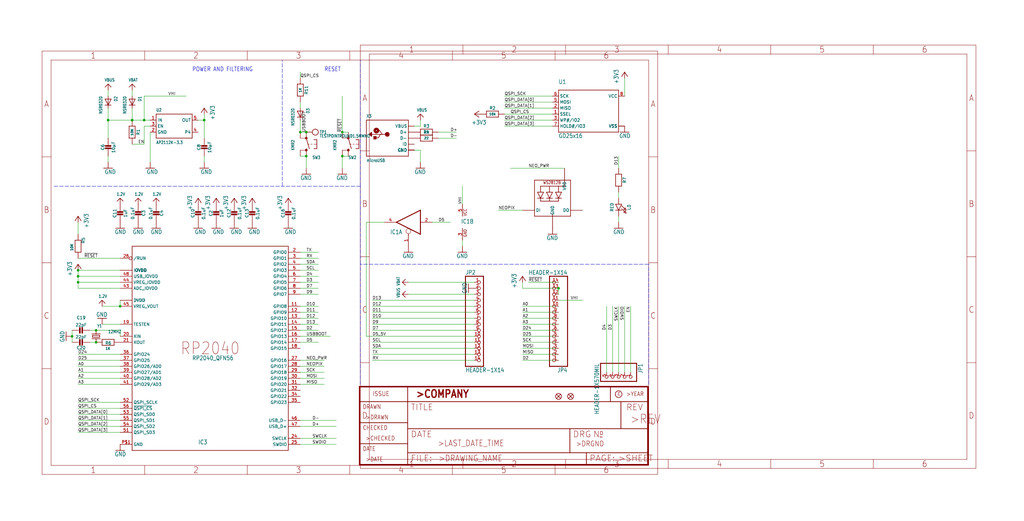
<source format=kicad_sch>
(kicad_sch (version 20211123) (generator eeschema)
  (paper "User" 433.07 220.421)
  (junction (at 33.02 114.3))
  (junction (at 30.48 142.24))
  (junction (at 129.54 55.88))
  (junction (at 33.02 116.84))
  (junction (at 40.64 144.78))
  (junction (at 50.8 129.54))
  (junction (at 129.54 66.04))
  (junction (at 127 55.88))
  (junction (at 33.02 119.38))
  (junction (at 144.78 66.04))
  (junction (at 55.88 50.8))
  (junction (at 86.36 50.8))
  (junction (at 60.96 50.8))
  (junction (at 45.72 50.8))
  (junction (at 40.64 139.7))
  (junction (at 144.78 55.88))
  (junction (at 236.22 121.92))
  (polyline (pts (xy 119.38 78.74) (xy 119.38 25.4)))
  (wire (pts (xy 33.02 121.92) (xy 33.02 119.38)))
  (wire (pts (xy 127 33.02) (xy 127 30.48)))
  (wire (pts (xy 50.8 152.4) (xy 33.02 152.4)))
  (wire (pts (xy 233.68 48.26) (xy 213.36 48.26)))
  (wire (pts (xy 50.8 119.38) (xy 33.02 119.38)))
  (wire (pts (xy 55.88 50.8) (xy 45.72 50.8)))
  (wire (pts (xy 261.62 81.28) (xy 261.62 83.82)))
  (wire (pts (xy 220.98 132.08) (xy 236.22 132.08)))
  (wire (pts (xy 220.98 149.86) (xy 236.22 149.86)))
  (wire (pts (xy 238.76 71.12) (xy 215.9 71.12)))
  (wire (pts (xy 127 180.34) (xy 142.24 180.34)))
  (wire (pts (xy 30.48 142.24) (xy 30.48 139.7)))
  (wire (pts (xy 55.88 60.96) (xy 60.96 60.96)))
  (wire (pts (xy 264.16 33.02) (xy 264.16 40.64)))
  (wire (pts (xy 38.1 144.78) (xy 40.64 144.78)))
  (wire (pts (xy 195.58 101.6) (xy 195.58 104.14)))
  (wire (pts (xy 200.66 127) (xy 157.48 127)))
  (wire (pts (xy 177.8 63.5) (xy 177.8 68.58)))
  (wire (pts (xy 33.02 149.86) (xy 50.8 149.86)))
  (wire (pts (xy 177.8 53.34) (xy 177.8 50.8)))
  (wire (pts (xy 50.8 137.16) (xy 43.18 137.16)))
  (wire (pts (xy 127 154.94) (xy 137.16 154.94)))
  (wire (pts (xy 127 139.7) (xy 134.62 139.7)))
  (wire (pts (xy 129.54 55.88) (xy 127 55.88)))
  (wire (pts (xy 127 124.46) (xy 134.62 124.46)))
  (wire (pts (xy 45.72 38.1) (xy 45.72 40.64)))
  (wire (pts (xy 127 162.56) (xy 137.16 162.56)))
  (wire (pts (xy 55.88 50.8) (xy 60.96 50.8)))
  (wire (pts (xy 127 121.92) (xy 134.62 121.92)))
  (wire (pts (xy 40.64 139.7) (xy 50.8 139.7)))
  (wire (pts (xy 33.02 175.26) (xy 50.8 175.26)))
  (wire (pts (xy 127 137.16) (xy 134.62 137.16)))
  (wire (pts (xy 220.98 137.16) (xy 236.22 137.16)))
  (wire (pts (xy 86.36 50.8) (xy 86.36 48.26)))
  (wire (pts (xy 220.98 88.9) (xy 210.82 88.9)))
  (wire (pts (xy 182.88 93.98) (xy 190.5 93.98)))
  (wire (pts (xy 83.82 50.8) (xy 86.36 50.8)))
  (wire (pts (xy 50.8 121.92) (xy 33.02 121.92)))
  (wire (pts (xy 256.54 129.54) (xy 256.54 157.48)))
  (wire (pts (xy 185.42 55.88) (xy 193.04 55.88)))
  (wire (pts (xy 45.72 66.04) (xy 45.72 68.58)))
  (wire (pts (xy 157.48 134.62) (xy 200.66 134.62)))
  (wire (pts (xy 127 160.02) (xy 137.16 160.02)))
  (polyline (pts (xy 274.32 111.76) (xy 152.4 111.76)))
  (polyline (pts (xy 22.86 78.74) (xy 119.38 78.74)))
  (polyline (pts (xy 152.4 111.76) (xy 152.4 78.74)))
  (wire (pts (xy 233.68 45.72) (xy 213.36 45.72)))
  (wire (pts (xy 200.66 144.78) (xy 157.48 144.78)))
  (wire (pts (xy 220.98 121.92) (xy 236.22 121.92)))
  (wire (pts (xy 233.68 50.8) (xy 213.36 50.8)))
  (wire (pts (xy 261.62 91.44) (xy 261.62 93.98)))
  (wire (pts (xy 40.64 139.7) (xy 38.1 139.7)))
  (wire (pts (xy 236.22 127) (xy 246.38 127)))
  (polyline (pts (xy 152.4 162.56) (xy 152.4 111.76)))
  (wire (pts (xy 157.48 129.54) (xy 200.66 129.54)))
  (wire (pts (xy 33.02 177.8) (xy 50.8 177.8)))
  (wire (pts (xy 33.02 157.48) (xy 50.8 157.48)))
  (wire (pts (xy 45.72 50.8) (xy 45.72 45.72)))
  (wire (pts (xy 127 66.04) (xy 129.54 66.04)))
  (wire (pts (xy 127 55.88) (xy 127 50.8)))
  (wire (pts (xy 144.78 40.64) (xy 144.78 55.88)))
  (wire (pts (xy 50.8 172.72) (xy 33.02 172.72)))
  (wire (pts (xy 33.02 162.56) (xy 50.8 162.56)))
  (wire (pts (xy 50.8 170.18) (xy 33.02 170.18)))
  (polyline (pts (xy 152.4 78.74) (xy 119.38 78.74)))
  (wire (pts (xy 259.08 157.48) (xy 259.08 129.54)))
  (wire (pts (xy 60.96 60.96) (xy 60.96 53.34)))
  (wire (pts (xy 55.88 45.72) (xy 55.88 50.8)))
  (wire (pts (xy 127 144.78) (xy 134.62 144.78)))
  (wire (pts (xy 60.96 50.8) (xy 60.96 40.64)))
  (wire (pts (xy 236.22 147.32) (xy 220.98 147.32)))
  (wire (pts (xy 213.36 43.18) (xy 233.68 43.18)))
  (wire (pts (xy 50.8 154.94) (xy 33.02 154.94)))
  (wire (pts (xy 127 119.38) (xy 134.62 119.38)))
  (wire (pts (xy 200.66 149.86) (xy 157.48 149.86)))
  (wire (pts (xy 157.48 139.7) (xy 200.66 139.7)))
  (wire (pts (xy 220.98 119.38) (xy 220.98 121.92)))
  (wire (pts (xy 50.8 160.02) (xy 33.02 160.02)))
  (wire (pts (xy 157.48 152.4) (xy 200.66 152.4)))
  (wire (pts (xy 50.8 127) (xy 50.8 129.54)))
  (wire (pts (xy 33.02 119.38) (xy 33.02 116.84)))
  (wire (pts (xy 236.22 144.78) (xy 220.98 144.78)))
  (wire (pts (xy 86.36 66.04) (xy 86.36 68.58)))
  (wire (pts (xy 60.96 40.64) (xy 78.74 40.64)))
  (wire (pts (xy 50.8 116.84) (xy 33.02 116.84)))
  (wire (pts (xy 175.26 63.5) (xy 177.8 63.5)))
  (wire (pts (xy 86.36 58.42) (xy 86.36 50.8)))
  (wire (pts (xy 236.22 119.38) (xy 223.52 119.38)))
  (wire (pts (xy 33.02 116.84) (xy 33.02 114.3)))
  (wire (pts (xy 154.94 142.24) (xy 154.94 93.98)))
  (wire (pts (xy 236.22 129.54) (xy 220.98 129.54)))
  (wire (pts (xy 175.26 53.34) (xy 177.8 53.34)))
  (wire (pts (xy 195.58 78.74) (xy 195.58 86.36)))
  (wire (pts (xy 55.88 40.64) (xy 55.88 38.1)))
  (wire (pts (xy 63.5 50.8) (xy 60.96 50.8)))
  (wire (pts (xy 127 142.24) (xy 139.7 142.24)))
  (wire (pts (xy 236.22 139.7) (xy 220.98 139.7)))
  (wire (pts (xy 33.02 182.88) (xy 50.8 182.88)))
  (wire (pts (xy 200.66 137.16) (xy 157.48 137.16)))
  (wire (pts (xy 127 177.8) (xy 142.24 177.8)))
  (wire (pts (xy 127 134.62) (xy 134.62 134.62)))
  (wire (pts (xy 266.7 157.48) (xy 266.7 129.54)))
  (wire (pts (xy 220.98 142.24) (xy 236.22 142.24)))
  (wire (pts (xy 127 132.08) (xy 134.62 132.08)))
  (wire (pts (xy 213.36 53.34) (xy 233.68 53.34)))
  (polyline (pts (xy 274.32 162.56) (xy 274.32 111.76)))
  (wire (pts (xy 129.54 66.04) (xy 129.54 71.12)))
  (wire (pts (xy 127 152.4) (xy 137.16 152.4)))
  (wire (pts (xy 33.02 180.34) (xy 50.8 180.34)))
  (wire (pts (xy 264.16 157.48) (xy 264.16 129.54)))
  (wire (pts (xy 142.24 185.42) (xy 127 185.42)))
  (wire (pts (xy 236.22 134.62) (xy 220.98 134.62)))
  (wire (pts (xy 147.32 66.04) (xy 144.78 66.04)))
  (wire (pts (xy 127 45.72) (xy 127 43.18)))
  (wire (pts (xy 261.62 129.54) (xy 261.62 157.48)))
  (wire (pts (xy 43.18 129.54) (xy 50.8 129.54)))
  (wire (pts (xy 144.78 55.88) (xy 147.32 55.88)))
  (wire (pts (xy 134.62 109.22) (xy 127 109.22)))
  (wire (pts (xy 45.72 50.8) (xy 45.72 58.42)))
  (wire (pts (xy 50.8 114.3) (xy 33.02 114.3)))
  (wire (pts (xy 154.94 93.98) (xy 162.56 93.98)))
  (wire (pts (xy 30.48 144.78) (xy 30.48 142.24)))
  (wire (pts (xy 127 157.48) (xy 137.16 157.48)))
  (wire (pts (xy 172.72 119.38) (xy 200.66 119.38)))
  (wire (pts (xy 200.66 132.08) (xy 157.48 132.08)))
  (wire (pts (xy 236.22 124.46) (xy 236.22 121.92)))
  (wire (pts (xy 200.66 124.46) (xy 172.72 124.46)))
  (wire (pts (xy 127 106.68) (xy 134.62 106.68)))
  (wire (pts (xy 233.68 40.64) (xy 213.36 40.64)))
  (wire (pts (xy 236.22 152.4) (xy 220.98 152.4)))
  (wire (pts (xy 127 116.84) (xy 134.62 116.84)))
  (wire (pts (xy 185.42 58.42) (xy 193.04 58.42)))
  (wire (pts (xy 261.62 71.12) (xy 261.62 66.04)))
  (wire (pts (xy 33.02 93.98) (xy 33.02 99.06)))
  (wire (pts (xy 157.48 147.32) (xy 200.66 147.32)))
  (wire (pts (xy 200.66 142.24) (xy 154.94 142.24)))
  (wire (pts (xy 60.96 53.34) (xy 63.5 53.34)))
  (wire (pts (xy 144.78 71.12) (xy 144.78 66.04)))
  (polyline (pts (xy 152.4 78.74) (xy 152.4 25.4)))
  (wire (pts (xy 127 114.3) (xy 134.62 114.3)))
  (wire (pts (xy 50.8 109.22) (xy 33.02 109.22)))
  (wire (pts (xy 50.8 139.7) (xy 50.8 142.24)))
  (wire (pts (xy 127 187.96) (xy 142.24 187.96)))
  (wire (pts (xy 127 111.76) (xy 134.62 111.76)))
  (wire (pts (xy 63.5 55.88) (xy 63.5 68.58)))
  (wire (pts (xy 127 129.54) (xy 134.62 129.54)))
  (text "POWER AND FILTERING" (at 81.28 30.48 180) (effects (font (size 1.778 1.5113)) (justify left bottom)))
  (text "RESET" (at 137.16 30.48 180) (effects (font (size 1.778 1.5113)) (justify left bottom)))
  (label "D24" (at 220.98 139.7 0) (effects (font (size 1.2446 1.2446))))
  (label "NEOPIX" (at 210.82 88.9 0) (effects (font (size 1.2446 1.2446))))
  (label "~{RESET}" (at 144.78 55.88 90) (effects (font (size 1.2446 1.2446))))
  (label "D11" (at 157.48 132.08 0) (effects (font (size 1.2446 1.2446))))
  (label "D-" (at 190.5 58.42 0) (effects (font (size 1.2446 1.2446))))
  (label "QSPI_DATA[0]" (at 213.36 43.18 0) (effects (font (size 1.2446 1.2446))))
  (label "D3" (at 259.08 139.7 90) (effects (font (size 1.2446 1.2446))))
  (label "D4" (at 129.54 116.84 0) (effects (font (size 1.2446 1.2446))))
  (label "D7" (at 157.48 139.7 0) (effects (font (size 1.2446 1.2446))))
  (label "D5" (at 129.54 144.78 0) (effects (font (size 1.2446 1.2446))))
  (label "D3" (at 129.54 119.38 0) (effects (font (size 1.2446 1.2446))))
  (label "EN" (at 58.42 60.96 0) (effects (font (size 1.2446 1.2446))))
  (label "D11" (at 129.54 132.08 0) (effects (font (size 1.2446 1.2446))))
  (label "VHI" (at 241.3 127 0) (effects (font (size 1.2446 1.2446))))
  (label "D10" (at 157.48 134.62 0) (effects (font (size 1.2446 1.2446))))
  (label "SDA" (at 157.48 147.32 0) (effects (font (size 1.2446 1.2446))))
  (label "USBBOOT" (at 129.54 55.88 90) (effects (font (size 1.2446 1.2446))))
  (label "QSPI_CS" (at 215.9 48.26 0) (effects (font (size 1.2446 1.2446))))
  (label "D25" (at 33.02 152.4 0) (effects (font (size 1.2446 1.2446))))
  (label "SWDIO" (at 132.08 187.96 0) (effects (font (size 1.2446 1.2446))))
  (label "~{RESET}" (at 35.56 109.22 0) (effects (font (size 1.2446 1.2446))))
  (label "VHI" (at 195.58 86.36 90) (effects (font (size 1.2446 1.2446))))
  (label "D7" (at 129.54 121.92 0) (effects (font (size 1.2446 1.2446))))
  (label "MISO" (at 220.98 149.86 0) (effects (font (size 1.2446 1.2446))))
  (label "SCL" (at 157.48 144.78 0) (effects (font (size 1.2446 1.2446))))
  (label "RX" (at 157.48 152.4 0) (effects (font (size 1.2446 1.2446))))
  (label "SCL" (at 129.54 114.3 0) (effects (font (size 1.2446 1.2446))))
  (label "D2" (at 220.98 152.4 0) (effects (font (size 1.2446 1.2446))))
  (label "A2" (at 220.98 134.62 0) (effects (font (size 1.2446 1.2446))))
  (label "RX" (at 129.54 109.22 0) (effects (font (size 1.2446 1.2446))))
  (label "D9" (at 129.54 124.46 0) (effects (font (size 1.2446 1.2446))))
  (label "QSPI_SCK" (at 213.36 40.64 0) (effects (font (size 1.2446 1.2446))))
  (label "TX" (at 129.54 106.68 0) (effects (font (size 1.2446 1.2446))))
  (label "D4" (at 256.54 139.7 90) (effects (font (size 1.2446 1.2446))))
  (label "D2" (at 129.54 139.7 0) (effects (font (size 1.2446 1.2446))))
  (label "SWCLK" (at 132.08 185.42 0) (effects (font (size 1.2446 1.2446))))
  (label "A3" (at 220.98 137.16 0) (effects (font (size 1.2446 1.2446))))
  (label "A2" (at 33.02 160.02 0) (effects (font (size 1.2446 1.2446))))
  (label "D13" (at 157.48 127 0) (effects (font (size 1.2446 1.2446))))
  (label "TX" (at 157.48 149.86 0) (effects (font (size 1.2446 1.2446))))
  (label "QSPI_CS" (at 33.02 172.72 0) (effects (font (size 1.2446 1.2446))))
  (label "~{RESET}" (at 223.52 119.38 0) (effects (font (size 1.2446 1.2446))))
  (label "QSPI_DATA[3]" (at 33.02 182.88 0) (effects (font (size 1.2446 1.2446))))
  (label "SWCLK" (at 261.62 129.54 270) (effects (font (size 1.2446 1.2446))))
  (label "A3" (at 33.02 162.56 0) (effects (font (size 1.2446 1.2446))))
  (label "NEO_PWR" (at 223.52 71.12 0) (effects (font (size 1.2446 1.2446))))
  (label "D9" (at 157.48 137.16 0) (effects (font (size 1.2446 1.2446))))
  (label "QSPI_DATA[3]" (at 213.36 53.34 0) (effects (font (size 1.2446 1.2446))))
  (label "A0" (at 33.02 154.94 0) (effects (font (size 1.2446 1.2446))))
  (label "QSPI_CS" (at 127 33.02 0) (effects (font (size 1.2446 1.2446))))
  (label "D+" (at 132.08 180.34 0) (effects (font (size 1.2446 1.2446))))
  (label "MISO" (at 129.54 162.56 0) (effects (font (size 1.2446 1.2446))))
  (label "EN" (at 266.7 129.54 270) (effects (font (size 1.2446 1.2446))))
  (label "D13" (at 261.62 66.04 270) (effects (font (size 1.2446 1.2446))))
  (label "MOSI" (at 129.54 160.02 0) (effects (font (size 1.2446 1.2446))))
  (label "SCK" (at 220.98 144.78 0) (effects (font (size 1.2446 1.2446))))
  (label "QSPI_DATA[2]" (at 213.36 50.8 0) (effects (font (size 1.2446 1.2446))))
  (label "D13" (at 129.54 137.16 0) (effects (font (size 1.2446 1.2446))))
  (label "D5_5V" (at 157.48 142.24 0) (effects (font (size 1.2446 1.2446))))
  (label "QSPI_DATA[1]" (at 33.02 177.8 0) (effects (font (size 1.2446 1.2446))))
  (label "D+" (at 190.5 55.88 0) (effects (font (size 1.2446 1.2446))))
  (label "D25" (at 220.98 142.24 0) (effects (font (size 1.2446 1.2446))))
  (label "QSPI_DATA[1]" (at 213.36 45.72 0) (effects (font (size 1.2446 1.2446))))
  (label "A0" (at 220.98 129.54 0) (effects (font (size 1.2446 1.2446))))
  (label "D5" (at 185.42 93.98 0) (effects (font (size 1.2446 1.2446))))
  (label "NEOPIX" (at 129.54 154.94 0) (effects (font (size 1.2446 1.2446))))
  (label "SWDIO" (at 264.16 129.54 270) (effects (font (size 1.2446 1.2446))))
  (label "NEO_PWR" (at 129.54 152.4 0) (effects (font (size 1.2446 1.2446))))
  (label "A1" (at 33.02 157.48 0) (effects (font (size 1.2446 1.2446))))
  (label "MOSI" (at 220.98 147.32 0) (effects (font (size 1.2446 1.2446))))
  (label "QSPI_DATA[2]" (at 33.02 180.34 0) (effects (font (size 1.2446 1.2446))))
  (label "D-" (at 132.08 177.8 0) (effects (font (size 1.2446 1.2446))))
  (label "D10" (at 129.54 129.54 0) (effects (font (size 1.2446 1.2446))))
  (label "USBBOOT" (at 129.54 142.24 0) (effects (font (size 1.2446 1.2446))))
  (label "D24" (at 33.02 149.86 0) (effects (font (size 1.2446 1.2446))))
  (label "D12" (at 129.54 134.62 0) (effects (font (size 1.2446 1.2446))))
  (label "SDA" (at 129.54 111.76 0) (effects (font (size 1.2446 1.2446))))
  (label "VHI" (at 71.12 40.64 0) (effects (font (size 1.2446 1.2446))))
  (label "SCK" (at 129.54 157.48 0) (effects (font (size 1.2446 1.2446))))
  (label "QSPI_DATA[0]" (at 33.02 175.26 0) (effects (font (size 1.2446 1.2446))))
  (label "QSPI_SCK" (at 33.02 170.18 0) (effects (font (size 1.2446 1.2446))))
  (label "A1" (at 220.98 132.08 0) (effects (font (size 1.2446 1.2446))))
  (label "D12" (at 157.48 129.54 0) (effects (font (size 1.2446 1.2446))))
  (symbol (lib_id "eagleSchem-eagle-import:GND") (at 195.58 106.68 0) (unit 1)
    (property "Reference" "#GND5" (effects hide))
    (property "Value" "GND" (at 193.04 109.22 0) (effects (font (size 1.778 1.5113)) (justify left bottom)))
    (property "Footprint" "eagleSchem:" (effects hide))
  )
  (symbol (lib_id "eagleSchem-eagle-import:VBUS") (at 45.72 35.56 0) (unit 1)
    (property "Reference" "#U$3" (effects hide))
    (property "Value" "VBUS" (at 44.196 34.544 0) (effects (font (size 1.27 1.0795)) (justify left bottom)))
    (property "Footprint" "eagleSchem:" (effects hide))
  )
  (symbol (lib_id "eagleSchem-eagle-import:CRYSTAL2.5X2.0") (at 40.64 142.24 90) (unit 1)
    (property "Reference" "Y1" (at 43.18 137.16 90) (effects (font (size 1.27 1.0795)) (justify left bottom)))
    (property "Value" "12MHZ" (at 45.72 140.97 90) (effects (font (size 1.27 1.0795)) (justify right top)))
    (property "Footprint" "eagleSchem:CRYSTAL_2.5X2" (effects hide))
  )
  (symbol (lib_id "eagleSchem-eagle-import:VREG_SOT23-5") (at 73.66 53.34 0) (unit 1)
    (property "Reference" "U2" (at 66.04 47.244 0) (effects (font (size 1.27 1.0795)) (justify left bottom)))
    (property "Value" "AP2112K-3.3" (at 66.04 60.96 0) (effects (font (size 1.27 1.0795)) (justify left bottom)))
    (property "Footprint" "eagleSchem:SOT23-5" (effects hide))
  )
  (symbol (lib_id "eagleSchem-eagle-import:GND") (at 121.92 96.52 0) (unit 1)
    (property "Reference" "#U$37" (effects hide))
    (property "Value" "GND" (at 120.396 99.06 0) (effects (font (size 1.778 1.5113)) (justify left bottom)))
    (property "Footprint" "eagleSchem:" (effects hide))
  )
  (symbol (lib_id "eagleSchem-eagle-import:+3V3") (at 33.02 91.44 0) (mirror y) (unit 1)
    (property "Reference" "#+3V2" (effects hide))
    (property "Value" "+3V3" (at 35.56 96.52 90) (effects (font (size 1.778 1.5113)) (justify left bottom)))
    (property "Footprint" "eagleSchem:" (effects hide))
  )
  (symbol (lib_id "eagleSchem-eagle-import:+3V3") (at 91.44 83.82 0) (unit 1)
    (property "Reference" "#+3V13" (effects hide))
    (property "Value" "+3V3" (at 88.9 88.9 90) (effects (font (size 1.778 1.5113)) (justify left bottom)))
    (property "Footprint" "eagleSchem:" (effects hide))
  )
  (symbol (lib_id "eagleSchem-eagle-import:LED0603_NOOUTLINE") (at 261.62 88.9 270) (unit 1)
    (property "Reference" "L0" (at 266.065 87.63 0))
    (property "Value" "RED" (at 258.826 87.63 0))
    (property "Footprint" "eagleSchem:CHIPLED_0603_NOOUTLINE" (effects hide))
  )
  (symbol (lib_id "eagleSchem-eagle-import:VBUS") (at 170.18 124.46 90) (unit 1)
    (property "Reference" "#U$19" (effects hide))
    (property "Value" "VBUS" (at 169.164 125.984 0) (effects (font (size 1.27 1.0795)) (justify left bottom)))
    (property "Footprint" "eagleSchem:" (effects hide))
  )
  (symbol (lib_id "eagleSchem-eagle-import:1.2V") (at 43.18 127 0) (unit 1)
    (property "Reference" "#U$8" (effects hide))
    (property "Value" "1.2V" (at 41.656 125.984 0) (effects (font (size 1.27 1.0795)) (justify left bottom)))
    (property "Footprint" "eagleSchem:" (effects hide))
  )
  (symbol (lib_id "eagleSchem-eagle-import:GND") (at 43.18 134.62 0) (mirror x) (unit 1)
    (property "Reference" "#GND4" (effects hide))
    (property "Value" "GND" (at 40.64 132.08 0) (effects (font (size 1.778 1.5113)) (justify left bottom)))
    (property "Footprint" "eagleSchem:" (effects hide))
  )
  (symbol (lib_id "eagleSchem-eagle-import:RESISTOR_0402NO") (at 180.34 55.88 0) (unit 1)
    (property "Reference" "R3" (at 180.34 53.34 0))
    (property "Value" "22" (at 180.34 55.88 0) (effects (font (size 1.016 1.016) bold)))
    (property "Footprint" "eagleSchem:_0402NO" (effects hide))
  )
  (symbol (lib_id "eagleSchem-eagle-import:CAP_CERAMIC0805-NOOUTLINE") (at 86.36 63.5 0) (unit 1)
    (property "Reference" "C8" (at 84.07 62.25 90))
    (property "Value" "10µF" (at 88.66 62.25 90))
    (property "Footprint" "eagleSchem:0805-NO" (effects hide))
  )
  (symbol (lib_id "eagleSchem-eagle-import:GND") (at 66.04 96.52 0) (mirror y) (unit 1)
    (property "Reference" "#GND11" (effects hide))
    (property "Value" "GND" (at 68.58 99.06 0) (effects (font (size 1.778 1.5113)) (justify left bottom)))
    (property "Footprint" "eagleSchem:" (effects hide))
  )
  (symbol (lib_id "eagleSchem-eagle-import:TESTPOINTROUND1.5MMNO") (at 129.54 55.88 270) (unit 1)
    (property "Reference" "TP1" (at 135.128 55.88 90) (effects (font (size 1.27 1.0795)) (justify left)))
    (property "Value" "TESTPOINTROUND1.5MMNO" (at 135.128 57.531 90) (effects (font (size 1.27 1.0795)) (justify left)))
    (property "Footprint" "eagleSchem:TESTPOINT_ROUND_1.5MM_NO" (effects hide))
  )
  (symbol (lib_id "eagleSchem-eagle-import:RESISTOR_0402NO") (at 180.34 58.42 0) (unit 1)
    (property "Reference" "R4" (at 180.34 55.88 0))
    (property "Value" "22" (at 180.34 58.42 0) (effects (font (size 1.016 1.016) bold)))
    (property "Footprint" "eagleSchem:_0402NO" (effects hide))
  )
  (symbol (lib_id "eagleSchem-eagle-import:GND") (at 172.72 106.68 0) (unit 1)
    (property "Reference" "#GND3" (effects hide))
    (property "Value" "GND" (at 170.18 109.22 0) (effects (font (size 1.778 1.5113)) (justify left bottom)))
    (property "Footprint" "eagleSchem:" (effects hide))
  )
  (symbol (lib_id "eagleSchem-eagle-import:GND") (at 50.8 190.5 0) (mirror y) (unit 1)
    (property "Reference" "#GND6" (effects hide))
    (property "Value" "GND" (at 53.34 193.04 0) (effects (font (size 1.778 1.5113)) (justify left bottom)))
    (property "Footprint" "eagleSchem:" (effects hide))
  )
  (symbol (lib_id "eagleSchem-eagle-import:CAP_CERAMIC_0402NO") (at 99.06 91.44 0) (unit 1)
    (property "Reference" "C12" (at 96.77 90.19 90))
    (property "Value" "0.1uF" (at 101.36 90.19 90))
    (property "Footprint" "eagleSchem:_0402NO" (effects hide))
  )
  (symbol (lib_id "eagleSchem-eagle-import:CAP_CERAMIC_0402NO") (at 66.04 88.9 180) (unit 1)
    (property "Reference" "C4" (at 68.33 90.15 90))
    (property "Value" "0.1uF" (at 63.74 90.15 90))
    (property "Footprint" "eagleSchem:_0402NO" (effects hide))
  )
  (symbol (lib_id "eagleSchem-eagle-import:SPIFLASH_8PIN_4X4") (at 248.92 48.26 0) (unit 1)
    (property "Reference" "U1" (at 236.22 35.56 0) (effects (font (size 1.778 1.5113)) (justify left bottom)))
    (property "Value" "GD25x16" (at 236.22 58.42 0) (effects (font (size 1.778 1.5113)) (justify left bottom)))
    (property "Footprint" "eagleSchem:USON8_4X4" (effects hide))
  )
  (symbol (lib_id "eagleSchem-eagle-import:GND") (at 144.78 73.66 0) (unit 1)
    (property "Reference" "#GND15" (effects hide))
    (property "Value" "GND" (at 142.24 76.2 0) (effects (font (size 1.778 1.5113)) (justify left bottom)))
    (property "Footprint" "eagleSchem:" (effects hide))
  )
  (symbol (lib_id "eagleSchem-eagle-import:RESISTOR_0402NO") (at 55.88 55.88 270) (unit 1)
    (property "Reference" "R1" (at 58.42 55.88 0))
    (property "Value" "10K" (at 55.88 55.88 0) (effects (font (size 1.016 1.016) bold)))
    (property "Footprint" "eagleSchem:_0402NO" (effects hide))
  )
  (symbol (lib_id "eagleSchem-eagle-import:RESISTOR_0402NO") (at 127 38.1 270) (unit 1)
    (property "Reference" "R11" (at 129.54 38.1 0))
    (property "Value" "1K" (at 127 38.1 0) (effects (font (size 1.016 1.016) bold)))
    (property "Footprint" "eagleSchem:_0402NO" (effects hide))
  )
  (symbol (lib_id "eagleSchem-eagle-import:FIDUCIAL_1MM") (at 236.22 167.64 0) (unit 1)
    (property "Reference" "U$35" (effects hide))
    (property "Value" "FIDUCIAL_1MM" (effects hide))
    (property "Footprint" "eagleSchem:FIDUCIAL_1MM" (effects hide))
  )
  (symbol (lib_id "eagleSchem-eagle-import:+3V3") (at 200.66 48.26 90) (unit 1)
    (property "Reference" "#+3V8" (effects hide))
    (property "Value" "+3V3" (at 205.74 50.8 90) (effects (font (size 1.778 1.5113)) (justify left bottom)))
    (property "Footprint" "eagleSchem:" (effects hide))
  )
  (symbol (lib_id "eagleSchem-eagle-import:CAP_CERAMIC_0402NO") (at 121.92 91.44 0) (unit 1)
    (property "Reference" "C16" (at 119.63 90.19 90))
    (property "Value" "0.1uF" (at 124.22 90.19 90))
    (property "Footprint" "eagleSchem:_0402NO" (effects hide))
  )
  (symbol (lib_id "eagleSchem-eagle-import:CAP_CERAMIC0805-NOOUTLINE") (at 45.72 63.5 0) (unit 1)
    (property "Reference" "C6" (at 43.43 62.25 90))
    (property "Value" "10µF" (at 48.02 62.25 90))
    (property "Footprint" "eagleSchem:0805-NO" (effects hide))
  )
  (symbol (lib_id "eagleSchem-eagle-import:FRAME_A4") (at 152.4 198.12 0) (unit 2)
    (property "Reference" "#FRAME1" (effects hide))
    (property "Value" "FRAME_A4" (effects hide))
    (property "Footprint" "eagleSchem:" (effects hide))
  )
  (symbol (lib_id "eagleSchem-eagle-import:+3V3") (at 83.82 83.82 0) (unit 1)
    (property "Reference" "#+3V12" (effects hide))
    (property "Value" "+3V3" (at 81.28 88.9 90) (effects (font (size 1.778 1.5113)) (justify left bottom)))
    (property "Footprint" "eagleSchem:" (effects hide))
  )
  (symbol (lib_id "eagleSchem-eagle-import:RESISTOR_0402NO") (at 45.72 144.78 0) (unit 1)
    (property "Reference" "R6" (at 44.45 145.8214 0) (effects (justify left bottom)))
    (property "Value" "1K" (at 44.45 148.082 0) (effects (font (size 1.016 1.016) bold) (justify left bottom)))
    (property "Footprint" "eagleSchem:_0402NO" (effects hide))
  )
  (symbol (lib_id "eagleSchem-eagle-import:GND") (at 198.12 121.92 270) (unit 1)
    (property "Reference" "#GND2" (effects hide))
    (property "Value" "GND" (at 195.58 119.38 0) (effects (font (size 1.778 1.5113)) (justify left bottom)))
    (property "Footprint" "eagleSchem:" (effects hide))
  )
  (symbol (lib_id "eagleSchem-eagle-import:RP2040_QFN56") (at 88.9 147.32 0) (unit 1)
    (property "Reference" "IC3" (at 83.82 187.96 0) (effects (font (size 1.778 1.5113)) (justify left bottom)))
    (property "Value" "RP2040_QFN56" (at 81.28 152.4 0) (effects (font (size 1.778 1.5113)) (justify left bottom)))
    (property "Footprint" "eagleSchem:QFN56_7MM_REDUCEDEPAD" (effects hide))
  )
  (symbol (lib_id "eagleSchem-eagle-import:CAP_CERAMIC_0402NO") (at 106.68 91.44 0) (unit 1)
    (property "Reference" "C13" (at 104.39 90.19 90))
    (property "Value" "0.1uF" (at 108.98 90.19 90))
    (property "Footprint" "eagleSchem:_0402NO" (effects hide))
  )
  (symbol (lib_id "eagleSchem-eagle-import:HEADER-1X14") (at 233.68 134.62 180) (unit 1)
    (property "Reference" "JP4" (at 240.03 155.575 0) (effects (font (size 1.778 1.5113)) (justify left bottom)))
    (property "Value" "HEADER-1X14" (at 240.03 114.3 0) (effects (font (size 1.778 1.5113)) (justify left bottom)))
    (property "Footprint" "eagleSchem:1X14_ROUND70" (effects hide))
  )
  (symbol (lib_id "eagleSchem-eagle-import:GND") (at 264.16 55.88 0) (mirror y) (unit 1)
    (property "Reference" "#GND8" (effects hide))
    (property "Value" "GND" (at 266.7 58.42 0) (effects (font (size 1.778 1.5113)) (justify left bottom)))
    (property "Footprint" "eagleSchem:" (effects hide))
  )
  (symbol (lib_id "eagleSchem-eagle-import:SWITCH_TACT_SMT4.6X2.8") (at 147.32 60.96 270) (unit 1)
    (property "Reference" "SW2" (at 147.32 67.31 90) (effects (font (size 1.27 1.0795)) (justify left bottom)))
    (property "Value" "KMR2" (at 140.97 59.055 0) (effects (font (size 1.27 1.0795)) (justify left bottom)))
    (property "Footprint" "eagleSchem:BTN_KMR2_4.6X2.8" (effects hide))
  )
  (symbol (lib_id "eagleSchem-eagle-import:GND") (at 27.94 142.24 270) (mirror x) (unit 1)
    (property "Reference" "#GND14" (effects hide))
    (property "Value" "GND" (at 25.4 144.78 0) (effects (font (size 1.778 1.5113)) (justify left bottom)))
    (property "Footprint" "eagleSchem:" (effects hide))
  )
  (symbol (lib_id "eagleSchem-eagle-import:DIODESOD-323F") (at 55.88 43.18 270) (unit 1)
    (property "Reference" "D1" (at 58.42 40.64 0) (effects (font (size 1.27 1.0795)) (justify left bottom)))
    (property "Value" "NSR0320" (at 52.07 40.64 0) (effects (font (size 1.27 1.0795)) (justify left bottom)))
    (property "Footprint" "eagleSchem:SOD-323F" (effects hide))
  )
  (symbol (lib_id "eagleSchem-eagle-import:GND") (at 86.36 71.12 0) (unit 1)
    (property "Reference" "#U$29" (effects hide))
    (property "Value" "GND" (at 84.836 73.66 0) (effects (font (size 1.778 1.5113)) (justify left bottom)))
    (property "Footprint" "eagleSchem:" (effects hide))
  )
  (symbol (lib_id "eagleSchem-eagle-import:1.2V") (at 66.04 83.82 0) (unit 1)
    (property "Reference" "#U$14" (effects hide))
    (property "Value" "1.2V" (at 64.516 82.804 0) (effects (font (size 1.27 1.0795)) (justify left bottom)))
    (property "Footprint" "eagleSchem:" (effects hide))
  )
  (symbol (lib_id "eagleSchem-eagle-import:WS2812B_SK6805_1515") (at 233.68 86.36 0) (unit 1)
    (property "Reference" "LED1" (effects hide))
    (property "Value" "WS2812B_SK6805_1515" (effects hide))
    (property "Footprint" "eagleSchem:SK6805_1515" (effects hide))
  )
  (symbol (lib_id "eagleSchem-eagle-import:1.2V") (at 58.42 83.82 0) (unit 1)
    (property "Reference" "#U$9" (effects hide))
    (property "Value" "1.2V" (at 56.896 82.804 0) (effects (font (size 1.27 1.0795)) (justify left bottom)))
    (property "Footprint" "eagleSchem:" (effects hide))
  )
  (symbol (lib_id "eagleSchem-eagle-import:+3V3") (at 121.92 83.82 0) (unit 1)
    (property "Reference" "#+3V17" (effects hide))
    (property "Value" "+3V3" (at 119.38 88.9 90) (effects (font (size 1.778 1.5113)) (justify left bottom)))
    (property "Footprint" "eagleSchem:" (effects hide))
  )
  (symbol (lib_id "eagleSchem-eagle-import:DIODESOD-323F") (at 127 48.26 270) (unit 1)
    (property "Reference" "D3" (at 129.54 45.72 0) (effects (font (size 1.27 1.0795)) (justify left bottom)))
    (property "Value" "NSR0320" (at 123.19 45.72 0) (effects (font (size 1.27 1.0795)) (justify left bottom)))
    (property "Footprint" "eagleSchem:SOD-323F" (effects hide))
  )
  (symbol (lib_id "eagleSchem-eagle-import:+3V3") (at 220.98 116.84 0) (unit 1)
    (property "Reference" "#+3V1" (effects hide))
    (property "Value" "+3V3" (at 218.44 121.92 90) (effects (font (size 1.778 1.5113)) (justify left bottom)))
    (property "Footprint" "eagleSchem:" (effects hide))
  )
  (symbol (lib_id "eagleSchem-eagle-import:GND") (at 233.68 99.06 0) (unit 1)
    (property "Reference" "#GND7" (effects hide))
    (property "Value" "GND" (at 231.14 101.6 0) (effects (font (size 1.778 1.5113)) (justify left bottom)))
    (property "Footprint" "eagleSchem:" (effects hide))
  )
  (symbol (lib_id "eagleSchem-eagle-import:FIDUCIAL_1MM") (at 241.3 167.64 0) (unit 1)
    (property "Reference" "U$34" (effects hide))
    (property "Value" "FIDUCIAL_1MM" (effects hide))
    (property "Footprint" "eagleSchem:FIDUCIAL_1MM" (effects hide))
  )
  (symbol (lib_id "eagleSchem-eagle-import:RESISTOR_0402NO") (at 33.02 104.14 270) (unit 1)
    (property "Reference" "R5" (at 34.5186 100.33 0) (effects (justify left bottom)))
    (property "Value" "10K" (at 29.718 102.87 0) (effects (font (size 1.016 1.016) bold) (justify left bottom)))
    (property "Footprint" "eagleSchem:_0402NO" (effects hide))
  )
  (symbol (lib_id "eagleSchem-eagle-import:GND") (at 177.8 71.12 0) (unit 1)
    (property "Reference" "#GND1" (effects hide))
    (property "Value" "GND" (at 175.26 73.66 0) (effects (font (size 1.778 1.5113)) (justify left bottom)))
    (property "Footprint" "eagleSchem:" (effects hide))
  )
  (symbol (lib_id "eagleSchem-eagle-import:CAP_CERAMIC_0603MP") (at 91.44 91.44 0) (unit 1)
    (property "Reference" "C2" (at 89.15 90.19 90))
    (property "Value" "1uF" (at 93.74 90.19 90))
    (property "Footprint" "eagleSchem:_0603MP" (effects hide))
  )
  (symbol (lib_id "eagleSchem-eagle-import:+3V3") (at 33.02 111.76 0) (unit 1)
    (property "Reference" "#+3V9" (effects hide))
    (property "Value" "+3V3" (at 30.48 116.84 90) (effects (font (size 1.778 1.5113)) (justify left bottom)))
    (property "Footprint" "eagleSchem:" (effects hide))
  )
  (symbol (lib_id "eagleSchem-eagle-import:RESISTOR_0402NO") (at 208.28 48.26 0) (unit 1)
    (property "Reference" "R2" (at 208.28 45.72 0))
    (property "Value" "10k" (at 208.28 48.26 0) (effects (font (size 1.016 1.016) bold)))
    (property "Footprint" "eagleSchem:_0402NO" (effects hide))
  )
  (symbol (lib_id "eagleSchem-eagle-import:741G125DCK") (at 172.72 93.98 180) (unit 1)
    (property "Reference" "IC1" (at 170.18 97.155 0) (effects (font (size 1.778 1.5113)) (justify left bottom)))
    (property "Value" "74HCT1G125DBV" (effects hide))
    (property "Footprint" "eagleSchem:SC70-5" (effects hide))
  )
  (symbol (lib_id "eagleSchem-eagle-import:741G125DCK") (at 195.58 93.98 0) (unit 2)
    (property "Reference" "IC1" (at 194.945 94.615 0) (effects (font (size 1.778 1.5113)) (justify left bottom)))
    (property "Value" "74HCT1G125DBV" (effects hide))
    (property "Footprint" "eagleSchem:SC70-5" (effects hide))
  )
  (symbol (lib_id "eagleSchem-eagle-import:CAP_CERAMIC_0402NO") (at 83.82 91.44 0) (unit 1)
    (property "Reference" "C10" (at 81.53 90.19 90))
    (property "Value" "0.1uF" (at 86.12 90.19 90))
    (property "Footprint" "eagleSchem:_0402NO" (effects hide))
  )
  (symbol (lib_id "eagleSchem-eagle-import:+3V3") (at 99.06 83.82 0) (unit 1)
    (property "Reference" "#+3V14" (effects hide))
    (property "Value" "+3V3" (at 96.52 88.9 90) (effects (font (size 1.778 1.5113)) (justify left bottom)))
    (property "Footprint" "eagleSchem:" (effects hide))
  )
  (symbol (lib_id "eagleSchem-eagle-import:GND") (at 99.06 96.52 0) (unit 1)
    (property "Reference" "#U$21" (effects hide))
    (property "Value" "GND" (at 97.536 99.06 0) (effects (font (size 1.778 1.5113)) (justify left bottom)))
    (property "Footprint" "eagleSchem:" (effects hide))
  )
  (symbol (lib_id "eagleSchem-eagle-import:VBAT") (at 55.88 35.56 0) (unit 1)
    (property "Reference" "#U$2" (effects hide))
    (property "Value" "VBAT" (at 54.356 34.544 0) (effects (font (size 1.27 1.0795)) (justify left bottom)))
    (property "Footprint" "eagleSchem:" (effects hide))
  )
  (symbol (lib_id "eagleSchem-eagle-import:GND") (at 58.42 96.52 0) (mirror y) (unit 1)
    (property "Reference" "#GND9" (effects hide))
    (property "Value" "GND" (at 60.96 99.06 0) (effects (font (size 1.778 1.5113)) (justify left bottom)))
    (property "Footprint" "eagleSchem:" (effects hide))
  )
  (symbol (lib_id "eagleSchem-eagle-import:DIODESOD-323F") (at 45.72 43.18 270) (unit 1)
    (property "Reference" "D2" (at 48.26 40.64 0) (effects (font (size 1.27 1.0795)) (justify left bottom)))
    (property "Value" "NSR0320" (at 41.91 40.64 0) (effects (font (size 1.27 1.0795)) (justify left bottom)))
    (property "Footprint" "eagleSchem:SOD-323F" (effects hide))
  )
  (symbol (lib_id "eagleSchem-eagle-import:+3V3") (at 106.68 83.82 0) (unit 1)
    (property "Reference" "#+3V15" (effects hide))
    (property "Value" "+3V3" (at 104.14 88.9 90) (effects (font (size 1.778 1.5113)) (justify left bottom)))
    (property "Footprint" "eagleSchem:" (effects hide))
  )
  (symbol (lib_id "eagleSchem-eagle-import:VBUS") (at 177.8 48.26 0) (unit 1)
    (property "Reference" "#U$1" (effects hide))
    (property "Value" "VBUS" (at 176.276 47.244 0) (effects (font (size 1.27 1.0795)) (justify left bottom)))
    (property "Footprint" "eagleSchem:" (effects hide))
  )
  (symbol (lib_id "eagleSchem-eagle-import:HEADER-1X570MIL") (at 261.62 160.02 270) (unit 1)
    (property "Reference" "JP1" (at 269.875 153.67 0) (effects (font (size 1.778 1.5113)) (justify left bottom)))
    (property "Value" "HEADER-1X570MIL" (at 251.46 153.67 0) (effects (font (size 1.778 1.5113)) (justify left bottom)))
    (property "Footprint" "eagleSchem:1X05_ROUND_70" (effects hide))
  )
  (symbol (lib_id "eagleSchem-eagle-import:+3V3") (at 86.36 45.72 0) (mirror y) (unit 1)
    (property "Reference" "#+3V4" (effects hide))
    (property "Value" "+3V3" (at 88.9 50.8 90) (effects (font (size 1.778 1.5113)) (justify left bottom)))
    (property "Footprint" "eagleSchem:" (effects hide))
  )
  (symbol (lib_id "eagleSchem-eagle-import:GND") (at 45.72 71.12 0) (unit 1)
    (property "Reference" "#U$27" (effects hide))
    (property "Value" "GND" (at 44.196 73.66 0) (effects (font (size 1.778 1.5113)) (justify left bottom)))
    (property "Footprint" "eagleSchem:" (effects hide))
  )
  (symbol (lib_id "eagleSchem-eagle-import:GND") (at 91.44 96.52 0) (unit 1)
    (property "Reference" "#U$18" (effects hide))
    (property "Value" "GND" (at 89.916 99.06 0) (effects (font (size 1.778 1.5113)) (justify left bottom)))
    (property "Footprint" "eagleSchem:" (effects hide))
  )
  (symbol (lib_id "eagleSchem-eagle-import:GND") (at 63.5 71.12 0) (unit 1)
    (property "Reference" "#U$30" (effects hide))
    (property "Value" "GND" (at 61.976 73.66 0) (effects (font (size 1.778 1.5113)) (justify left bottom)))
    (property "Footprint" "eagleSchem:" (effects hide))
  )
  (symbol (lib_id "eagleSchem-eagle-import:CAP_CERAMIC_0402NO") (at 35.56 144.78 90) (unit 1)
    (property "Reference" "C20" (at 34.31 147.07 90))
    (property "Value" "22pF" (at 34.31 142.48 90))
    (property "Footprint" "eagleSchem:_0402NO" (effects hide))
  )
  (symbol (lib_id "eagleSchem-eagle-import:CAP_CERAMIC_0402NO") (at 58.42 88.9 180) (unit 1)
    (property "Reference" "C3" (at 60.71 90.15 90))
    (property "Value" "0.1uF" (at 56.12 90.15 90))
    (property "Footprint" "eagleSchem:_0402NO" (effects hide))
  )
  (symbol (lib_id "eagleSchem-eagle-import:HEADER-1X14") (at 203.2 137.16 0) (unit 1)
    (property "Reference" "JP2" (at 196.85 116.205 0) (effects (font (size 1.778 1.5113)) (justify left bottom)))
    (property "Value" "HEADER-1X14" (at 196.85 157.48 0) (effects (font (size 1.778 1.5113)) (justify left bottom)))
    (property "Footprint" "eagleSchem:1X14_ROUND70" (effects hide))
  )
  (symbol (lib_id "eagleSchem-eagle-import:GND") (at 83.82 96.52 0) (unit 1)
    (property "Reference" "#U$17" (effects hide))
    (property "Value" "GND" (at 82.296 99.06 0) (effects (font (size 1.778 1.5113)) (justify left bottom)))
    (property "Footprint" "eagleSchem:" (effects hide))
  )
  (symbol (lib_id "eagleSchem-eagle-import:CAP_CERAMIC_0603MP") (at 50.8 91.44 0) (unit 1)
    (property "Reference" "C11" (at 48.51 90.19 90))
    (property "Value" "1uF" (at 53.1 90.19 90))
    (property "Footprint" "eagleSchem:_0603MP" (effects hide))
  )
  (symbol (lib_id "eagleSchem-eagle-import:GND") (at 261.62 96.52 0) (mirror y) (unit 1)
    (property "Reference" "#GND10" (effects hide))
    (property "Value" "GND" (at 264.16 99.06 0) (effects (font (size 1.778 1.5113)) (justify left bottom)))
    (property "Footprint" "eagleSchem:" (effects hide))
  )
  (symbol (lib_id "eagleSchem-eagle-import:VBAT") (at 170.18 119.38 90) (unit 1)
    (property "Reference" "#U$20" (effects hide))
    (property "Value" "VBAT" (at 169.164 120.904 0) (effects (font (size 1.27 1.0795)) (justify left bottom)))
    (property "Footprint" "eagleSchem:" (effects hide))
  )
  (symbol (lib_id "eagleSchem-eagle-import:+3V3") (at 264.16 30.48 0) (unit 1)
    (property "Reference" "#+3V7" (effects hide))
    (property "Value" "+3V3" (at 261.62 35.56 90) (effects (font (size 1.778 1.5113)) (justify left bottom)))
    (property "Footprint" "eagleSchem:" (effects hide))
  )
  (symbol (lib_id "eagleSchem-eagle-import:GND") (at 50.8 96.52 0) (mirror y) (unit 1)
    (property "Reference" "#GND13" (effects hide))
    (property "Value" "GND" (at 53.34 99.06 0) (effects (font (size 1.778 1.5113)) (justify left bottom)))
    (property "Footprint" "eagleSchem:" (effects hide))
  )
  (symbol (lib_id "eagleSchem-eagle-import:1.2V") (at 50.8 83.82 0) (unit 1)
    (property "Reference" "#U$15" (effects hide))
    (property "Value" "1.2V" (at 49.276 82.804 0) (effects (font (size 1.27 1.0795)) (justify left bottom)))
    (property "Footprint" "eagleSchem:" (effects hide))
  )
  (symbol (lib_id "eagleSchem-eagle-import:GND") (at 129.54 73.66 0) (unit 1)
    (property "Reference" "#GND16" (effects hide))
    (property "Value" "GND" (at 127 76.2 0) (effects (font (size 1.778 1.5113)) (justify left bottom)))
    (property "Footprint" "eagleSchem:" (effects hide))
  )
  (symbol (lib_id "eagleSchem-eagle-import:USB_MICRO_NARROW") (at 165.1 58.42 0) (unit 1)
    (property "Reference" "X3" (at 154.94 49.784 0) (effects (font (size 1.27 1.0795)) (justify left bottom)))
    (property "Value" "microUSB" (at 154.94 68.58 0) (effects (font (size 1.27 1.0795)) (justify left bottom)))
    (property "Footprint" "eagleSchem:4UCONN_20329_NARROW" (effects hide))
  )
  (symbol (lib_id "eagleSchem-eagle-import:RESISTOR_0402NO") (at 261.62 76.2 270) (unit 1)
    (property "Reference" "R7" (at 264.16 76.2 0))
    (property "Value" "1K" (effects hide))
    (property "Footprint" "eagleSchem:_0402NO" (effects hide))
  )
  (symbol (lib_id "eagleSchem-eagle-import:CAP_CERAMIC_0402NO") (at 35.56 139.7 90) (unit 1)
    (property "Reference" "C19" (at 34.31 134.37 90))
    (property "Value" "22pF" (at 34.31 137.4 90))
    (property "Footprint" "eagleSchem:_0402NO" (effects hide))
  )
  (symbol (lib_id "eagleSchem-eagle-import:FRAME_A4") (at 17.78 200.66 0) (unit 1)
    (property "Reference" "#FRAME1" (effects hide))
    (property "Value" "FRAME_A4" (effects hide))
    (property "Footprint" "eagleSchem:" (effects hide))
  )
  (symbol (lib_id "eagleSchem-eagle-import:GND") (at 106.68 96.52 0) (unit 1)
    (property "Reference" "#U$22" (effects hide))
    (property "Value" "GND" (at 105.156 99.06 0) (effects (font (size 1.778 1.5113)) (justify left bottom)))
    (property "Footprint" "eagleSchem:" (effects hide))
  )
  (symbol (lib_id "eagleSchem-eagle-import:SWITCH_TACT_SMT4.6X2.8") (at 129.54 60.96 270) (unit 1)
    (property "Reference" "SW3" (at 132.08 67.31 90) (effects (font (size 1.27 1.0795)) (justify left bottom)))
    (property "Value" "KMR2" (at 123.19 59.055 0) (effects (font (size 1.27 1.0795)) (justify left bottom)))
    (property "Footprint" "eagleSchem:BTN_KMR2_4.6X2.8" (effects hide))
  )
)
</source>
